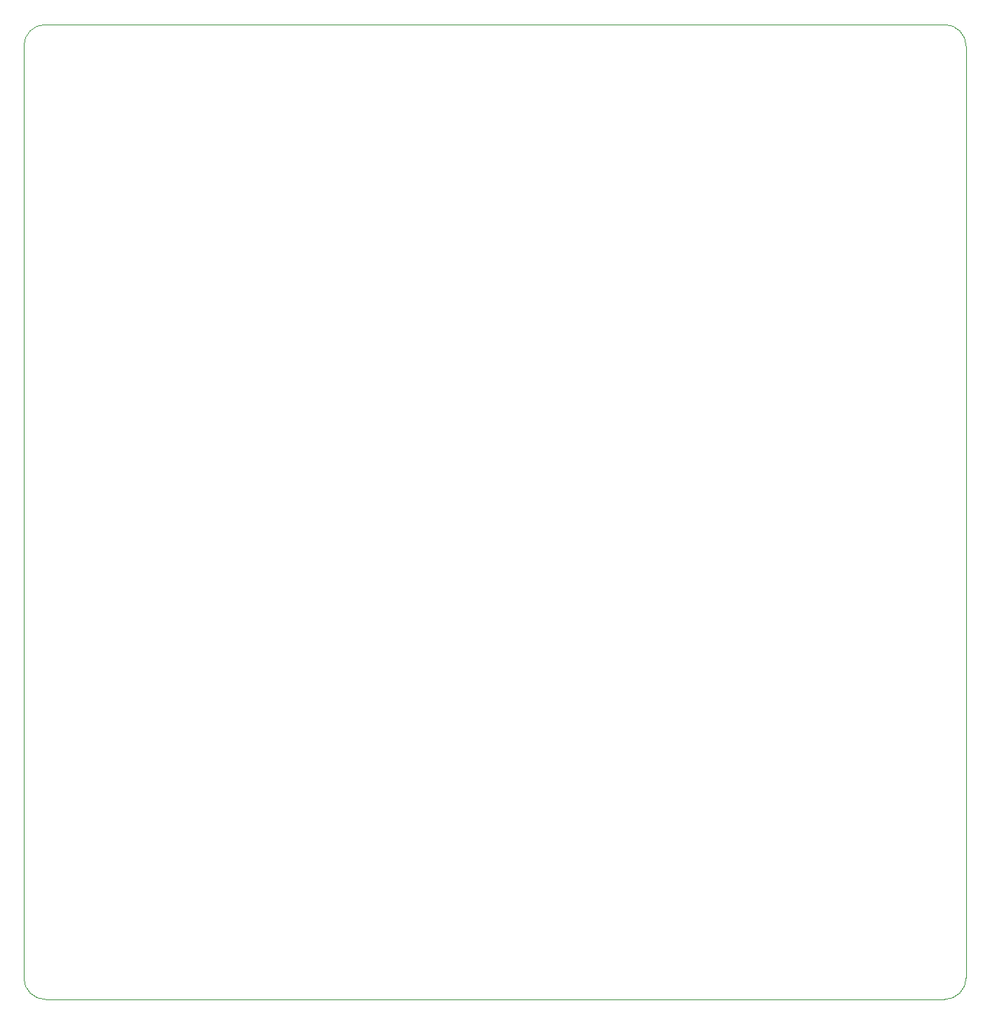
<source format=gbr>
G04 #@! TF.GenerationSoftware,KiCad,Pcbnew,(5.1.5)-3*
G04 #@! TF.CreationDate,2020-07-04T04:53:43+02:00*
G04 #@! TF.ProjectId,mixer,6d697865-722e-46b6-9963-61645f706362,rev?*
G04 #@! TF.SameCoordinates,Original*
G04 #@! TF.FileFunction,Profile,NP*
%FSLAX46Y46*%
G04 Gerber Fmt 4.6, Leading zero omitted, Abs format (unit mm)*
G04 Created by KiCad (PCBNEW (5.1.5)-3) date 2020-07-04 04:53:43*
%MOMM*%
%LPD*%
G04 APERTURE LIST*
%ADD10C,0.050000*%
G04 APERTURE END LIST*
D10*
X91440000Y-322580000D02*
G75*
G02X88900000Y-320040000I0J2540000D01*
G01*
X199390000Y-320040000D02*
G75*
G02X196850000Y-322580000I-2540000J0D01*
G01*
X196850000Y-208280000D02*
G75*
G02X199390000Y-210820000I0J-2540000D01*
G01*
X88900000Y-210820000D02*
G75*
G02X91440000Y-208280000I2540000J0D01*
G01*
X196850000Y-322580000D02*
X91440000Y-322580000D01*
X199390000Y-210820000D02*
X199390000Y-320040000D01*
X91440000Y-208280000D02*
X196850000Y-208280000D01*
X88900000Y-320040000D02*
X88900000Y-210820000D01*
M02*

</source>
